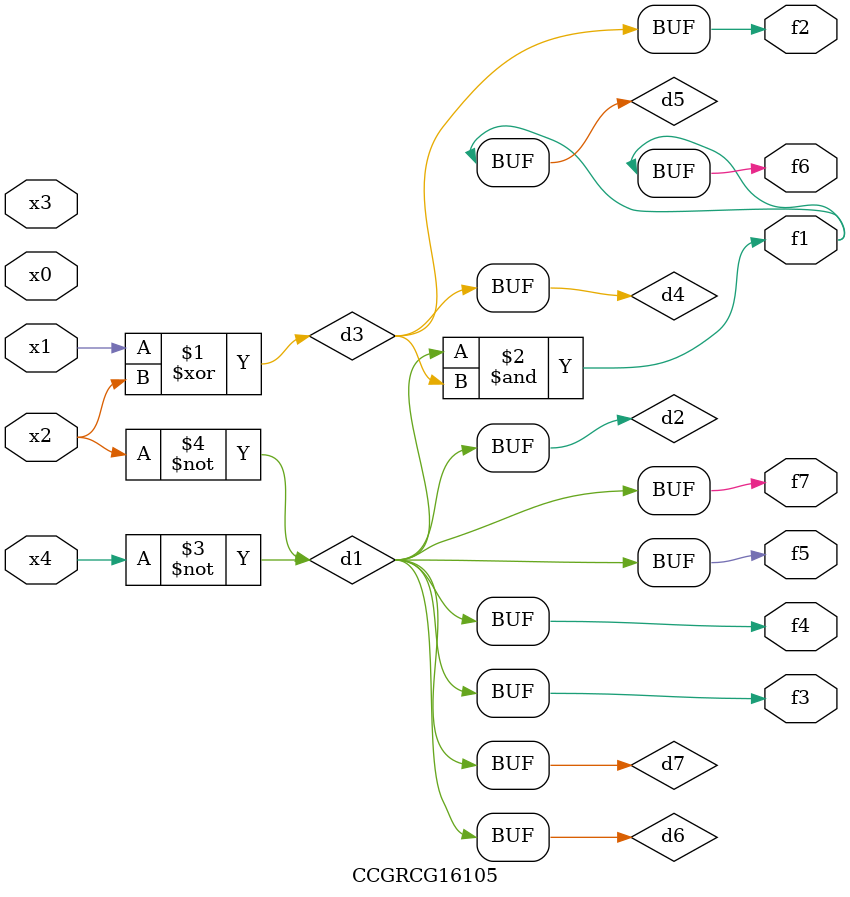
<source format=v>
module CCGRCG16105(
	input x0, x1, x2, x3, x4,
	output f1, f2, f3, f4, f5, f6, f7
);

	wire d1, d2, d3, d4, d5, d6, d7;

	not (d1, x4);
	not (d2, x2);
	xor (d3, x1, x2);
	buf (d4, d3);
	and (d5, d1, d3);
	buf (d6, d1, d2);
	buf (d7, d2);
	assign f1 = d5;
	assign f2 = d4;
	assign f3 = d7;
	assign f4 = d7;
	assign f5 = d7;
	assign f6 = d5;
	assign f7 = d7;
endmodule

</source>
